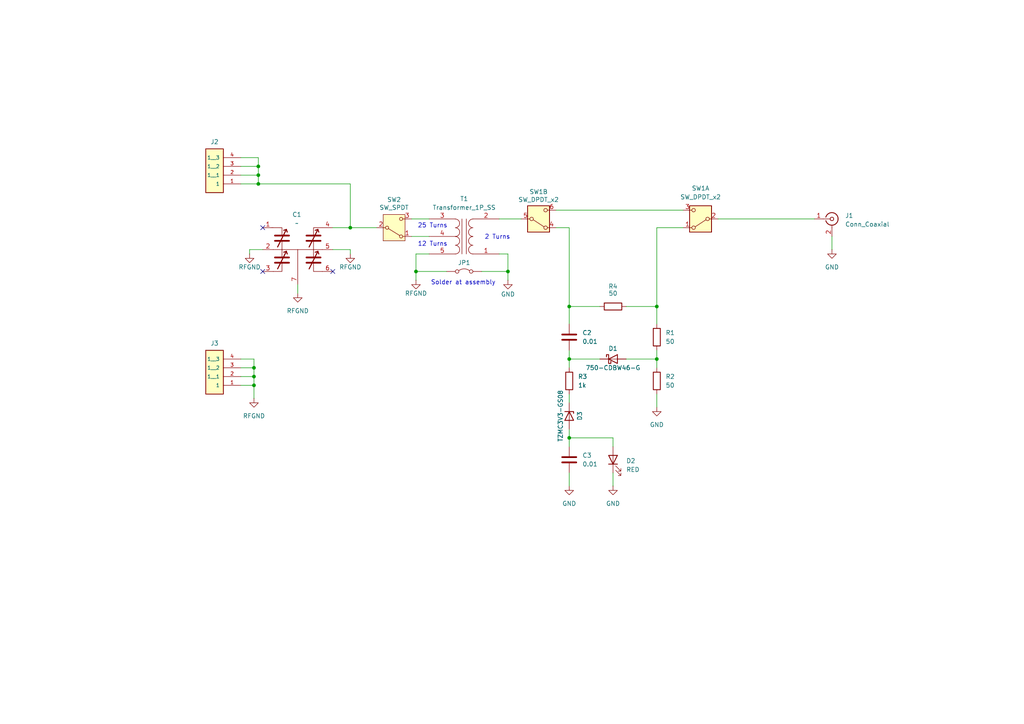
<source format=kicad_sch>
(kicad_sch (version 20250114) (generator "eeschema") (generator_version "9.0")
  (paper "A4")
  (lib_symbols
    (symbol "Connector:Conn_Coaxial" (pin_names (offset 1.016) (hide yes))
      (property "Reference" "J" (at 0.254 3.048 0))
      (property "Value" "Conn_Coaxial" (at 2.921 0 90))
      (symbol "Conn_Coaxial_0_1"
        (polyline (pts (xy -2.54 0) (xy -0.508 0)))
        (arc (start 1.778 0) (mid 0.222 -1.8079) (end -1.778 -0.508) (stroke (width 0.254)))
        (arc (start -1.778 0.508) (mid 0.2221 1.8084) (end 1.778 0) (stroke (width 0.254)))
        (circle (center 0 0) (radius 0.508) (stroke (width 0.2032)))
        (polyline (pts (xy 0 -2.54) (xy 0 -1.778)))
      )
      (symbol "Conn_Coaxial_1_1"
        (pin passive line (at -5.08 0 0) (length 2.54) (name "In") (number "1"))
        (pin passive line (at 0 -5.08 90) (length 2.54) (name "Ext") (number "2"))
      )
    )
    (symbol "Device:C" (pin_numbers (hide yes)) (pin_names (offset 0.254))
      (property "Reference" "C" (at 0.635 2.54 0))
      (property "Value" "C" (at 0.635 -2.54 0))
      (symbol "C_0_1"
        (polyline (pts (xy -2.032 0.762) (xy 2.032 0.762)) (stroke (width 0.508)))
        (polyline (pts (xy -2.032 -0.762) (xy 2.032 -0.762)) (stroke (width 0.508)))
      )
      (symbol "C_1_1"
        (pin passive line (at 0 3.81 270) (length 2.794) (name "~") (number "1"))
        (pin passive line (at 0 -3.81 90) (length 2.794) (name "~") (number "2"))
      )
    )
    (symbol "Device:D_Schottky" (pin_numbers (hide yes)) (pin_names (offset 1.016) (hide yes))
      (property "Reference" "D" (at 0 2.54 0))
      (property "Value" "D_Schottky" (at 0 -2.54 0))
      (symbol "D_Schottky_0_1"
        (polyline (pts (xy -1.905 0.635) (xy -1.905 1.27) (xy -1.27 1.27) (xy -1.27 -1.27) (xy -0.635 -1.27) (xy -0.635 -0.635)) (stroke (width 0.254)))
        (polyline (pts (xy 1.27 1.27) (xy 1.27 -1.27) (xy -1.27 0) (xy 1.27 1.27)) (stroke (width 0.254)))
        (polyline (pts (xy 1.27 0) (xy -1.27 0)))
      )
      (symbol "D_Schottky_1_1"
        (pin passive line (at -3.81 0 0) (length 2.54) (name "K") (number "1"))
        (pin passive line (at 3.81 0 180) (length 2.54) (name "A") (number "2"))
      )
    )
    (symbol "Device:D_Zener" (pin_numbers (hide yes)) (pin_names (offset 1.016) (hide yes))
      (property "Reference" "D" (at 0 2.54 0))
      (property "Value" "D_Zener" (at 0 -2.54 0))
      (symbol "D_Zener_0_1"
        (polyline (pts (xy -1.27 -1.27) (xy -1.27 1.27) (xy -0.762 1.27)) (stroke (width 0.254)))
        (polyline (pts (xy 1.27 0) (xy -1.27 0)))
        (polyline (pts (xy 1.27 -1.27) (xy 1.27 1.27) (xy -1.27 0) (xy 1.27 -1.27)) (stroke (width 0.254)))
      )
      (symbol "D_Zener_1_1"
        (pin passive line (at -3.81 0 0) (length 2.54) (name "K") (number "1"))
        (pin passive line (at 3.81 0 180) (length 2.54) (name "A") (number "2"))
      )
    )
    (symbol "Device:LED" (pin_numbers (hide yes)) (pin_names (offset 1.016) (hide yes))
      (property "Reference" "D" (at 0 2.54 0))
      (property "Value" "LED" (at 0 -2.54 0))
      (symbol "LED_0_1"
        (polyline (pts (xy -3.048 -0.762) (xy -4.572 -2.286) (xy -3.81 -2.286) (xy -4.572 -2.286) (xy -4.572 -1.524)))
        (polyline (pts (xy -1.778 -0.762) (xy -3.302 -2.286) (xy -2.54 -2.286) (xy -3.302 -2.286) (xy -3.302 -1.524)))
        (polyline (pts (xy -1.27 0) (xy 1.27 0)))
        (polyline (pts (xy -1.27 -1.27) (xy -1.27 1.27)) (stroke (width 0.254)))
        (polyline (pts (xy 1.27 -1.27) (xy 1.27 1.27) (xy -1.27 0) (xy 1.27 -1.27)) (stroke (width 0.254)))
      )
      (symbol "LED_1_1"
        (pin passive line (at -3.81 0 0) (length 2.54) (name "K") (number "1"))
        (pin passive line (at 3.81 0 180) (length 2.54) (name "A") (number "2"))
      )
    )
    (symbol "Device:R" (pin_numbers (hide yes)) (pin_names (offset 0))
      (property "Reference" "R" (at 2.032 0 90))
      (property "Value" "R" (at 0 0 90))
      (symbol "R_0_1"
        (rectangle (start -1.016 -2.54) (end 1.016 2.54) (stroke (width 0.254)))
      )
      (symbol "R_1_1"
        (pin passive line (at 0 3.81 270) (length 1.27) (name "~") (number "1"))
        (pin passive line (at 0 -3.81 90) (length 1.27) (name "~") (number "2"))
      )
    )
    (symbol "Device:Transformer_1P_SS" (pin_names (offset 1.016) (hide yes))
      (property "Reference" "T" (at 0 6.35 0))
      (property "Value" "Transformer_1P_SS" (at 0 -7.62 0))
      (symbol "Transformer_1P_SS_0_1"
        (arc (start -1.27 3.81) (mid -1.656 2.9336) (end -2.54 2.5654))
        (arc (start -1.27 1.27) (mid -1.656 0.3936) (end -2.54 0.0254))
        (arc (start -1.27 -1.27) (mid -1.656 -2.1464) (end -2.54 -2.5146))
        (arc (start -1.27 -3.81) (mid -1.656 -4.6864) (end -2.54 -5.0546))
        (arc (start -2.54 5.08) (mid -1.642 4.708) (end -1.27 3.81))
        (arc (start -2.54 2.54) (mid -1.642 2.168) (end -1.27 1.27))
        (arc (start -2.54 0) (mid -1.642 -0.372) (end -1.27 -1.27))
        (arc (start -2.54 -2.54) (mid -1.642 -2.912) (end -1.27 -3.81))
        (polyline (pts (xy -0.635 5.08) (xy -0.635 -5.08)))
        (polyline (pts (xy 0.635 -5.08) (xy 0.635 5.08)))
        (arc (start 1.2954 3.81) (mid 1.6457 4.7117) (end 2.54 5.08))
        (arc (start 1.2954 1.27) (mid 1.6457 2.1717) (end 2.54 2.54))
        (arc (start 1.2954 -1.27) (mid 1.6457 -0.3683) (end 2.54 0))
        (arc (start 2.54 2.5654) (mid 1.6599 2.9299) (end 1.2954 3.81))
        (arc (start 2.54 0.0254) (mid 1.6599 0.3899) (end 1.2954 1.27))
        (arc (start 2.54 -2.5146) (mid 1.6599 -2.1501) (end 1.2954 -1.27))
        (arc (start 1.3208 -3.81) (mid 1.6711 -2.9085) (end 2.5654 -2.54))
        (arc (start 2.5654 -5.0546) (mid 1.6851 -4.6902) (end 1.3208 -3.81))
      )
      (symbol "Transformer_1P_SS_1_1"
        (pin passive line (at -10.16 5.08 0) (length 7.62) (name "AA") (number "1"))
        (pin passive line (at -10.16 -5.08 0) (length 7.62) (name "AB") (number "2"))
        (pin passive line (at 10.16 5.08 180) (length 7.62) (name "SB") (number "5"))
        (pin passive line (at 10.16 0 180) (length 7.62) (name "SC") (number "4"))
        (pin passive line (at 10.16 -5.08 180) (length 7.62) (name "SA") (number "3"))
      )
    )
    (symbol "Jumper:Jumper_2_Bridged" (pin_numbers (hide yes)) (pin_names (offset 0) (hide yes))
      (property "Reference" "JP" (at 0 1.905 0))
      (property "Value" "Jumper_2_Bridged" (at 0 -2.54 0))
      (symbol "Jumper_2_Bridged_0_0"
        (circle (center -2.032 0) (radius 0.508))
        (circle (center 2.032 0) (radius 0.508))
      )
      (symbol "Jumper_2_Bridged_0_1"
        (arc (start -1.524 0.254) (mid 0 0.762) (end 1.524 0.254))
      )
      (symbol "Jumper_2_Bridged_1_1"
        (pin passive line (at -5.08 0 0) (length 2.54) (name "A") (number "1"))
        (pin passive line (at 5.08 0 180) (length 2.54) (name "B") (number "2"))
      )
    )
    (symbol "Keystone:7695-3" (pin_names (offset 1.016))
      (property "Reference" "J" (at -2.54 3.81 0))
      (property "Value" "7695-3" (at -2.54 -11.43 0))
      (symbol "7695-3_0_0"
        (rectangle (start -2.54 -10.16) (end 2.54 2.54) (stroke (width 0.254)) (fill (type background)))
        (pin passive line (at -7.62 0 0) (length 5.08) (name "1") (number "1"))
        (pin passive line (at -7.62 -2.54 0) (length 5.08) (name "1__1") (number "2"))
        (pin passive line (at -7.62 -5.08 0) (length 5.08) (name "1__2") (number "3"))
        (pin passive line (at -7.62 -7.62 0) (length 5.08) (name "1__3") (number "4"))
      )
    )
    (symbol "Polyvaricon:Polyvaricon_Capacitor"
      (property "Reference" "C" (at 0 10.16 0))
      (symbol "Polyvaricon_Capacitor_0_1"
        (polyline (pts (xy -7.112 0) (xy -4.572 0)))
        (polyline (pts (xy -7.112 -6.35) (xy -4.572 -6.35) (xy -4.572 -3.81)))
        (polyline (pts (xy -6.604 4.064) (xy -2.54 4.064)) (stroke (width 0.508)))
        (polyline (pts (xy -6.604 2.54) (xy -2.54 2.54)) (stroke (width 0.508)))
        (polyline (pts (xy -6.604 -2.286) (xy -2.54 -2.286)) (stroke (width 0.508)))
        (polyline (pts (xy -6.604 -3.81) (xy -2.54 -3.81)) (stroke (width 0.508)))
        (polyline (pts (xy -4.572 4.064) (xy -4.572 6.35) (xy -7.62 6.35)))
        (polyline (pts (xy -4.572 2.286) (xy -4.572 0)))
        (polyline (pts (xy -4.572 0) (xy -4.572 -2.286)))
        (polyline (pts (xy -3.302 5.842) (xy -5.842 0.762)) (stroke (width 0.3048)))
        (polyline (pts (xy -3.302 5.842) (xy -4.064 5.588)) (stroke (width 0.3048)))
        (polyline (pts (xy -3.302 5.842) (xy -3.048 5.08)) (stroke (width 0.3048)))
        (polyline (pts (xy -3.302 -0.508) (xy -5.842 -5.588)) (stroke (width 0.3048)))
        (polyline (pts (xy -3.302 -0.508) (xy -4.064 -0.762)) (stroke (width 0.3048)))
        (polyline (pts (xy -3.302 -0.508) (xy -3.048 -1.27)) (stroke (width 0.3048)))
        (polyline (pts (xy 0 0) (xy -4.572 0)))
        (polyline (pts (xy 0 0) (xy 0 -7.112)))
        (polyline (pts (xy 0 0) (xy 4.572 0)))
        (polyline (pts (xy 2.54 4.064) (xy 6.604 4.064)) (stroke (width 0.508)))
        (polyline (pts (xy 2.54 2.54) (xy 6.604 2.54)) (stroke (width 0.508)))
        (polyline (pts (xy 2.54 -2.286) (xy 6.604 -2.286)) (stroke (width 0.508)))
        (polyline (pts (xy 2.54 -3.81) (xy 6.604 -3.81)) (stroke (width 0.508)))
        (polyline (pts (xy 4.572 4.064) (xy 4.572 6.35) (xy 7.112 6.35)))
        (polyline (pts (xy 4.572 0) (xy 4.572 -2.286)))
        (polyline (pts (xy 5.842 5.842) (xy 3.302 0.762)) (stroke (width 0.3048)))
        (polyline (pts (xy 5.842 5.842) (xy 5.08 5.588)) (stroke (width 0.3048)))
        (polyline (pts (xy 5.842 5.842) (xy 6.096 5.08)) (stroke (width 0.3048)))
        (polyline (pts (xy 5.842 -0.508) (xy 3.302 -5.588)) (stroke (width 0.3048)))
        (polyline (pts (xy 5.842 -0.508) (xy 5.08 -0.762)) (stroke (width 0.3048)))
        (polyline (pts (xy 5.842 -0.508) (xy 6.096 -1.27)) (stroke (width 0.3048)))
        (polyline (pts (xy 7.112 0) (xy 4.572 0) (xy 4.572 2.54)))
        (polyline (pts (xy 7.112 -6.35) (xy 4.572 -6.35) (xy 4.572 -3.81)))
      )
      (symbol "Polyvaricon_Capacitor_1_1"
        (pin passive line (at -10.16 6.35 0) (length 3.048) (name "~") (number "1"))
        (pin passive line (at -10.16 0 0) (length 3.048) (name "~") (number "2"))
        (pin passive line (at -10.16 -6.35 0) (length 3.048) (name "~") (number "3"))
        (pin passive line (at 0 -10.16 90) (length 3.048) (name "~") (number "7"))
        (pin passive line (at 10.16 6.35 180) (length 3.048) (name "~") (number "4"))
        (pin passive line (at 10.16 0 180) (length 3.048) (name "~") (number "5"))
        (pin passive line (at 10.16 -6.35 180) (length 3.048) (name "~") (number "6"))
      )
    )
    (symbol "Switch:SW_DPDT_x2" (pin_names (offset 0) (hide yes))
      (property "Reference" "SW" (at 0 5.08 0))
      (property "Value" "SW_DPDT_x2" (at 0 -5.08 0))
      (symbol "SW_DPDT_x2_0_0"
        (circle (center -2.032 0) (radius 0.508))
        (circle (center 2.032 -2.54) (radius 0.508))
      )
      (symbol "SW_DPDT_x2_0_1"
        (rectangle (start -3.175 3.81) (end 3.175 -3.81) (stroke (width 0.254)) (fill (type background)))
        (polyline (pts (xy -1.524 0.254) (xy 1.5748 2.286)))
        (circle (center 2.032 2.54) (radius 0.508))
      )
      (symbol "SW_DPDT_x2_1_1"
        (pin passive line (at -5.08 0 0) (length 2.54) (name "B") (number "2"))
        (pin passive line (at 5.08 2.54 180) (length 2.54) (name "A") (number "1"))
        (pin passive line (at 5.08 -2.54 180) (length 2.54) (name "C") (number "3"))
      )
      (symbol "SW_DPDT_x2_2_1"
        (pin passive line (at -5.08 0 0) (length 2.54) (name "B") (number "5"))
        (pin passive line (at 5.08 2.54 180) (length 2.54) (name "A") (number "4"))
        (pin passive line (at 5.08 -2.54 180) (length 2.54) (name "C") (number "6"))
      )
    )
    (symbol "Switch:SW_SPDT" (pin_names (offset 0) (hide yes))
      (property "Reference" "SW" (at 0 5.08 0))
      (property "Value" "SW_SPDT" (at 0 -5.08 0))
      (symbol "SW_SPDT_0_1"
        (circle (center -2.032 0) (radius 0.4572))
        (polyline (pts (xy -1.651 0.254) (xy 1.651 2.286)))
        (circle (center 2.032 2.54) (radius 0.4572))
        (circle (center 2.032 -2.54) (radius 0.4572))
      )
      (symbol "SW_SPDT_1_1"
        (rectangle (start -3.175 3.81) (end 3.175 -3.81) (fill (type background)))
        (pin passive line (at -5.08 0 0) (length 2.54) (name "B") (number "2"))
        (pin passive line (at 5.08 2.54 180) (length 2.54) (name "A") (number "1"))
        (pin passive line (at 5.08 -2.54 180) (length 2.54) (name "C") (number "3"))
      )
    )
    (symbol "power:GND" (power) (pin_numbers (hide yes)) (pin_names (offset 0) (hide yes))
      (property "Value" "GND" (at 0 -3.81 0))
      (symbol "GND_0_1"
        (polyline (pts (xy 0 0) (xy 0 -1.27) (xy 1.27 -1.27) (xy 0 -2.54) (xy -1.27 -1.27) (xy 0 -1.27)))
      )
      (symbol "GND_1_1"
        (pin power_in line (at 0 0 270) (length 0) (name "~") (number "1"))
      )
    )
  )
  (text "12 Turns" (at 125.476 70.866 0) (effects (font (size 1.27 1.27))))
  (text "25 Turns" (at 125.476 65.532 0) (effects (font (size 1.27 1.27))))
  (text "Solder at assembly" (at 134.366 82.042 0) (effects (font (size 1.27 1.27))))
  (text "2 Turns" (at 144.272 68.834 0) (effects (font (size 1.27 1.27))))
  (junction (at 190.5 88.9))
  (junction (at 120.65 78.74))
  (junction (at 147.32 78.74))
  (junction (at 190.5 104.14))
  (junction (at 73.66 111.76))
  (junction (at 165.1 88.9))
  (junction (at 74.93 50.8))
  (junction (at 101.6 66.04))
  (junction (at 165.1 104.14))
  (junction (at 74.93 48.26))
  (junction (at 74.93 53.34))
  (junction (at 73.66 106.68))
  (junction (at 165.1 127))
  (junction (at 73.66 109.22))
  (no_connect (at 96.52 78.74))
  (no_connect (at 76.2 66.04))
  (no_connect (at 76.2 78.74))
  (wire (pts (xy 96.52 72.39) (xy 101.6 72.39)))
  (wire (pts (xy 101.6 66.04) (xy 109.22 66.04)))
  (wire (pts (xy 74.93 48.26) (xy 74.93 50.8)))
  (wire (pts (xy 147.32 78.74) (xy 147.32 81.28)))
  (wire (pts (xy 181.61 104.14) (xy 190.5 104.14)))
  (wire (pts (xy 72.39 72.39) (xy 72.39 73.66)))
  (wire (pts (xy 74.93 53.34) (xy 101.6 53.34)))
  (wire (pts (xy 101.6 53.34) (xy 101.6 66.04)))
  (wire (pts (xy 165.1 104.14) (xy 165.1 106.68)))
  (wire (pts (xy 161.29 60.96) (xy 198.12 60.96)))
  (wire (pts (xy 120.65 73.66) (xy 120.65 78.74)))
  (wire (pts (xy 69.85 104.14) (xy 73.66 104.14)))
  (wire (pts (xy 165.1 101.6) (xy 165.1 104.14)))
  (wire (pts (xy 73.66 109.22) (xy 73.66 111.76)))
  (wire (pts (xy 208.28 63.5) (xy 236.22 63.5)))
  (wire (pts (xy 177.8 129.54) (xy 177.8 127)))
  (wire (pts (xy 74.93 45.72) (xy 74.93 48.26)))
  (wire (pts (xy 165.1 66.04) (xy 165.1 88.9)))
  (wire (pts (xy 165.1 127) (xy 165.1 129.54)))
  (wire (pts (xy 190.5 93.98) (xy 190.5 88.9)))
  (wire (pts (xy 76.2 72.39) (xy 72.39 72.39)))
  (wire (pts (xy 165.1 137.16) (xy 165.1 140.97)))
  (wire (pts (xy 165.1 88.9) (xy 173.99 88.9)))
  (wire (pts (xy 147.32 73.66) (xy 147.32 78.74)))
  (wire (pts (xy 101.6 72.39) (xy 101.6 73.66)))
  (wire (pts (xy 73.66 111.76) (xy 73.66 115.57)))
  (wire (pts (xy 69.85 53.34) (xy 74.93 53.34)))
  (wire (pts (xy 181.61 88.9) (xy 190.5 88.9)))
  (wire (pts (xy 144.78 63.5) (xy 151.13 63.5)))
  (wire (pts (xy 190.5 101.6) (xy 190.5 104.14)))
  (wire (pts (xy 165.1 124.46) (xy 165.1 127)))
  (wire (pts (xy 69.85 111.76) (xy 73.66 111.76)))
  (wire (pts (xy 241.3 68.58) (xy 241.3 72.39)))
  (wire (pts (xy 74.93 50.8) (xy 74.93 53.34)))
  (wire (pts (xy 190.5 66.04) (xy 198.12 66.04)))
  (wire (pts (xy 190.5 88.9) (xy 190.5 66.04)))
  (wire (pts (xy 190.5 104.14) (xy 190.5 106.68)))
  (wire (pts (xy 96.52 66.04) (xy 101.6 66.04)))
  (wire (pts (xy 69.85 50.8) (xy 74.93 50.8)))
  (wire (pts (xy 119.38 68.58) (xy 124.46 68.58)))
  (wire (pts (xy 177.8 137.16) (xy 177.8 140.97)))
  (wire (pts (xy 120.65 78.74) (xy 120.65 81.28)))
  (wire (pts (xy 119.38 63.5) (xy 124.46 63.5)))
  (wire (pts (xy 147.32 73.66) (xy 144.78 73.66)))
  (wire (pts (xy 177.8 127) (xy 165.1 127)))
  (wire (pts (xy 124.46 73.66) (xy 120.65 73.66)))
  (wire (pts (xy 73.66 106.68) (xy 73.66 109.22)))
  (wire (pts (xy 190.5 114.3) (xy 190.5 118.11)))
  (wire (pts (xy 161.29 66.04) (xy 165.1 66.04)))
  (wire (pts (xy 139.7 78.74) (xy 147.32 78.74)))
  (wire (pts (xy 165.1 104.14) (xy 173.99 104.14)))
  (wire (pts (xy 73.66 104.14) (xy 73.66 106.68)))
  (wire (pts (xy 69.85 48.26) (xy 74.93 48.26)))
  (wire (pts (xy 120.65 78.74) (xy 129.54 78.74)))
  (wire (pts (xy 86.36 82.55) (xy 86.36 85.09)))
  (wire (pts (xy 69.85 45.72) (xy 74.93 45.72)))
  (wire (pts (xy 165.1 88.9) (xy 165.1 93.98)))
  (wire (pts (xy 165.1 114.3) (xy 165.1 116.84)))
  (wire (pts (xy 69.85 109.22) (xy 73.66 109.22)))
  (wire (pts (xy 69.85 106.68) (xy 73.66 106.68)))
  (symbol (lib_id "power:GND") (at 177.8 140.97 0) (unit 1)
    (property "Reference" "#PWR07" (effects (hide yes)))
    (property "Value" "GND" (at 177.8 146.05 0))
    (property "Description" "Power symbol creates a global label with name \"GND\" , ground" (effects (hide yes)))
  )
  (symbol (lib_id "Switch:SW_DPDT_x2") (at 156.21 63.5 0) (mirror x) (unit 2)
    (property "Reference" "SW1" (at 156.21 55.626 0))
    (property "Value" "SW_DPDT_x2" (at 156.21 57.912 0))
    (property "Footprint" "TinyGawant:JS202011AQN" (effects (hide yes)))
    (property "Description" "Switch, dual pole double throw, separate symbols" (effects (hide yes)))
    (property "MPN" "JS202011AQN" (effects (hide yes)))
  )
  (symbol (lib_id "Connector:Conn_Coaxial") (at 241.3 63.5 0) (unit 1)
    (property "Reference" "J1" (at 245.11 62.5231 0) (effects (justify left)))
    (property "Value" "Conn_Coaxial" (at 245.11 65.0631 0) (effects (justify left)))
    (property "Footprint" "Connector_Coaxial:BNC_Edge" (effects (hide yes)))
    (property "Description" "coaxial connector (BNC, SMA, SMB, SMC, Cinch/RCA, LEMO, ...)" (effects (hide yes)))
  )
  (symbol (lib_id "power:GND") (at 165.1 140.97 0) (unit 1)
    (property "Reference" "#PWR08" (effects (hide yes)))
    (property "Value" "GND" (at 165.1 146.05 0))
    (property "Description" "Power symbol creates a global label with name \"GND\" , ground" (effects (hide yes)))
  )
  (symbol (lib_id "Keystone:7695-3") (at 62.23 111.76 180) (unit 1)
    (property "Reference" "J3" (at 62.23 99.568 0))
    (property "Value" "7695-3" (effects (hide yes)))
    (property "Footprint" "Gawant:KEYSTONE_7695-3" (effects (hide yes)))
    (property "PARTREV" "E" (effects (hide yes)))
    (property "MANUFACTURER" "Keystone" (effects (hide yes)))
    (property "MAXIMUM_PACKAGE_HEIGHT" "7.1 mm" (effects (hide yes)))
    (property "STANDARD" "Manufacturer Recommendations" (effects (hide yes)))
    (property "MPN" "7790" (effects (hide yes)))
  )
  (symbol (lib_id "Polyvaricon:Polyvaricon_Capacitor") (at 86.36 72.39 0) (unit 1)
    (property "Reference" "C1" (at 86.106 62.23 0))
    (property "Value" "~" (at 86.106 64.77 0))
    (property "Footprint" "TinyGawant:Polyvaricon_Capacitor" (effects (hide yes)))
  )
  (symbol (lib_id "power:GND") (at 120.65 81.28 0) (unit 1)
    (property "Reference" "#PWR010" (effects (hide yes)))
    (property "Value" "RFGND" (at 120.65 85.09 0))
    (property "Description" "Power symbol creates a global label with name \"GND\" , ground" (effects (hide yes)))
  )
  (symbol (lib_id "power:GND") (at 241.3 72.39 0) (unit 1)
    (property "Reference" "#PWR02" (effects (hide yes)))
    (property "Value" "GND" (at 241.3 77.47 0))
    (property "Description" "Power symbol creates a global label with name \"GND\" , ground" (effects (hide yes)))
  )
  (symbol (lib_id "Keystone:7695-3") (at 62.23 53.34 180) (unit 1)
    (property "Reference" "J2" (at 62.23 41.148 0))
    (property "Value" "7695-3" (effects (hide yes)))
    (property "Footprint" "Gawant:KEYSTONE_7695-3" (effects (hide yes)))
    (property "PARTREV" "E" (effects (hide yes)))
    (property "MANUFACTURER" "Keystone" (effects (hide yes)))
    (property "MAXIMUM_PACKAGE_HEIGHT" "7.1 mm" (effects (hide yes)))
    (property "STANDARD" "Manufacturer Recommendations" (effects (hide yes)))
    (property "MPN" "7790" (effects (hide yes)))
  )
  (symbol (lib_id "power:GND") (at 147.32 81.28 0) (unit 1)
    (property "Reference" "#PWR01" (effects (hide yes)))
    (property "Value" "GND" (at 147.32 85.344 0))
    (property "Description" "Power symbol creates a global label with name \"GND\" , ground" (effects (hide yes)))
  )
  (symbol (lib_id "Device:R") (at 177.8 88.9 90) (unit 1)
    (property "Reference" "R4" (at 177.8 83.058 90))
    (property "Value" "50" (at 177.8 85.09 90))
    (property "Footprint" "Resistor_SMD:R_2512_6332Metric" (effects (hide yes)))
    (property "Description" "Resistor" (effects (hide yes)))
    (property "MPN" "CRM2512-FX-51R0ELF" (effects (hide yes)))
  )
  (symbol (lib_id "Device:D_Schottky") (at 177.8 104.14 0) (unit 1)
    (property "Reference" "D1" (at 177.8 101.092 0))
    (property "Value" "750-CDBW46-G" (at 177.8 106.68 0))
    (property "Footprint" "Diode_SMD:D_SOD-123" (effects (hide yes)))
    (property "Description" "Schottky diode" (effects (hide yes)))
    (property "MPN" "CDBW46-G" (effects (hide yes)))
  )
  (symbol (lib_id "Device:Transformer_1P_SS") (at 134.62 68.58 180) (unit 1)
    (property "Reference" "T1" (at 134.62 57.658 0))
    (property "Value" "Transformer_1P_SS" (at 134.62 60.198 0))
    (property "Footprint" "Transformer_THT:Transformer_Toroid_Horizontal_D14.0mm_Amidon-T50_3_2" (effects (hide yes)))
    (property "Description" "Transformer, single primary, split secondary" (effects (hide yes)))
  )
  (symbol (lib_id "power:GND") (at 190.5 118.11 0) (unit 1)
    (property "Reference" "#PWR06" (effects (hide yes)))
    (property "Value" "GND" (at 190.5 123.19 0))
    (property "Description" "Power symbol creates a global label with name \"GND\" , ground" (effects (hide yes)))
  )
  (symbol (lib_id "Device:R") (at 190.5 110.49 0) (unit 1)
    (property "Reference" "R2" (at 193.04 109.2199 0) (effects (justify left)))
    (property "Value" "50" (at 193.04 111.7599 0) (effects (justify left)))
    (property "Footprint" "Resistor_SMD:R_2512_6332Metric" (effects (hide yes)))
    (property "Description" "Resistor" (effects (hide yes)))
    (property "MPN" "CRM2512-FX-51R0ELF" (effects (hide yes)))
  )
  (symbol (lib_id "Device:C") (at 165.1 133.35 0) (unit 1)
    (property "Reference" "C3" (at 168.91 132.0799 0) (effects (justify left)))
    (property "Value" "0.01" (at 168.91 134.6199 0) (effects (justify left)))
    (property "Footprint" "Capacitor_SMD:C_0805_2012Metric" (effects (hide yes)))
    (property "Description" "Unpolarized capacitor" (effects (hide yes)))
    (property "MPN" "GMC21X7R103J50NT" (effects (hide yes)))
  )
  (symbol (lib_id "power:GND") (at 73.66 115.57 0) (unit 1)
    (property "Reference" "#PWR05" (effects (hide yes)))
    (property "Value" "RFGND" (at 73.66 120.65 0))
    (property "Description" "Power symbol creates a global label with name \"GND\" , ground" (effects (hide yes)))
  )
  (symbol (lib_id "Device:D_Zener") (at 165.1 120.65 270) (unit 1)
    (property "Reference" "D3" (at 168.148 120.65 0))
    (property "Value" "TZMC3V3-GS08" (at 162.56 120.65 0))
    (property "Footprint" "Diode_SMD:D_MiniMELF" (effects (hide yes)))
    (property "Description" "Zener diode" (effects (hide yes)))
    (property "MPN" "TZMC3V3-GS08" (effects (hide yes)))
  )
  (symbol (lib_id "power:GND") (at 72.39 73.66 0) (unit 1)
    (property "Reference" "#PWR04" (effects (hide yes)))
    (property "Value" "RFGND" (at 72.39 77.47 0))
    (property "Description" "Power symbol creates a global label with name \"GND\" , ground" (effects (hide yes)))
  )
  (symbol (lib_id "Device:R") (at 190.5 97.79 0) (unit 1)
    (property "Reference" "R1" (at 193.04 96.5199 0) (effects (justify left)))
    (property "Value" "50" (at 193.04 99.0599 0) (effects (justify left)))
    (property "Footprint" "Resistor_SMD:R_2512_6332Metric" (effects (hide yes)))
    (property "Description" "Resistor" (effects (hide yes)))
    (property "MPN" "CRM2512-FX-51R0ELF" (effects (hide yes)))
  )
  (symbol (lib_id "Switch:SW_SPDT") (at 114.3 66.04 0) (mirror x) (unit 1)
    (property "Reference" "SW2" (at 114.3 57.912 0))
    (property "Value" "SW_SPDT" (at 114.3 60.198 0))
    (property "Footprint" "Button_Switch_SMD:SW_SPDT_CK_JS102011SAQN" (effects (hide yes)))
    (property "Description" "Switch, single pole double throw" (effects (hide yes)))
    (property "MPN" "JS102011SAQN" (effects (hide yes)))
  )
  (symbol (lib_id "power:GND") (at 101.6 73.66 0) (unit 1)
    (property "Reference" "#PWR09" (effects (hide yes)))
    (property "Value" "RFGND" (at 101.6 77.47 0))
    (property "Description" "Power symbol creates a global label with name \"GND\" , ground" (effects (hide yes)))
  )
  (symbol (lib_id "Device:C") (at 165.1 97.79 0) (unit 1)
    (property "Reference" "C2" (at 168.91 96.5199 0) (effects (justify left)))
    (property "Value" "0.01" (at 168.91 99.0599 0) (effects (justify left)))
    (property "Footprint" "Capacitor_SMD:C_0805_2012Metric" (effects (hide yes)))
    (property "Description" "Unpolarized capacitor" (effects (hide yes)))
    (property "MPN" "GMC21X7R103J50NT" (effects (hide yes)))
  )
  (symbol (lib_id "Device:LED") (at 177.8 133.35 90) (unit 1)
    (property "Reference" "D2" (at 181.61 133.6674 90) (effects (justify right)))
    (property "Value" "RED" (at 181.61 136.2074 90) (effects (justify right)))
    (property "Footprint" "LED_SMD:WL-SMRD-Bottom-Mount" (effects (hide yes)))
    (property "Description" "Light emitting diode" (effects (hide yes)))
    (property "MPN" "156125RS57000" (effects (hide yes)))
  )
  (symbol (lib_id "Device:R") (at 165.1 110.49 0) (unit 1)
    (property "Reference" "R3" (at 167.64 109.2199 0) (effects (justify left)))
    (property "Value" "1k" (at 167.64 111.7599 0) (effects (justify left)))
    (property "Footprint" "Resistor_SMD:R_0805_2012Metric" (effects (hide yes)))
    (property "Description" "Resistor" (effects (hide yes)))
    (property "MPN" "RC0805FR-071KL" (effects (hide yes)))
  )
  (symbol (lib_id "Switch:SW_DPDT_x2") (at 203.2 63.5 180) (unit 1)
    (property "Reference" "SW1" (at 203.2 54.61 0))
    (property "Value" "SW_DPDT_x2" (at 203.2 57.15 0))
    (property "Footprint" "TinyGawant:JS202011AQN" (effects (hide yes)))
    (property "Description" "Switch, dual pole double throw, separate symbols" (effects (hide yes)))
    (property "MPN" "JS202011AQN" (effects (hide yes)))
  )
  (symbol (lib_id "power:GND") (at 86.36 85.09 0) (unit 1)
    (property "Reference" "#PWR03" (effects (hide yes)))
    (property "Value" "RFGND" (at 86.36 90.17 0))
    (property "Description" "Power symbol creates a global label with name \"GND\" , ground" (effects (hide yes)))
  )
  (symbol (lib_id "Jumper:Jumper_2_Bridged") (at 134.62 78.74 0) (unit 1)
    (property "Reference" "JP1" (at 134.62 76.2 0))
    (property "Value" "Jumper_2_Bridged" (effects (hide yes)))
    (property "Footprint" "Jumper:SolderJumper-2_P1.3mm_Open_RoundedPad1.0x1.5mm" (effects (hide yes)))
    (property "Description" "Jumper, 2-pole, closed/bridged" (effects (hide yes)))
  )
)
</source>
